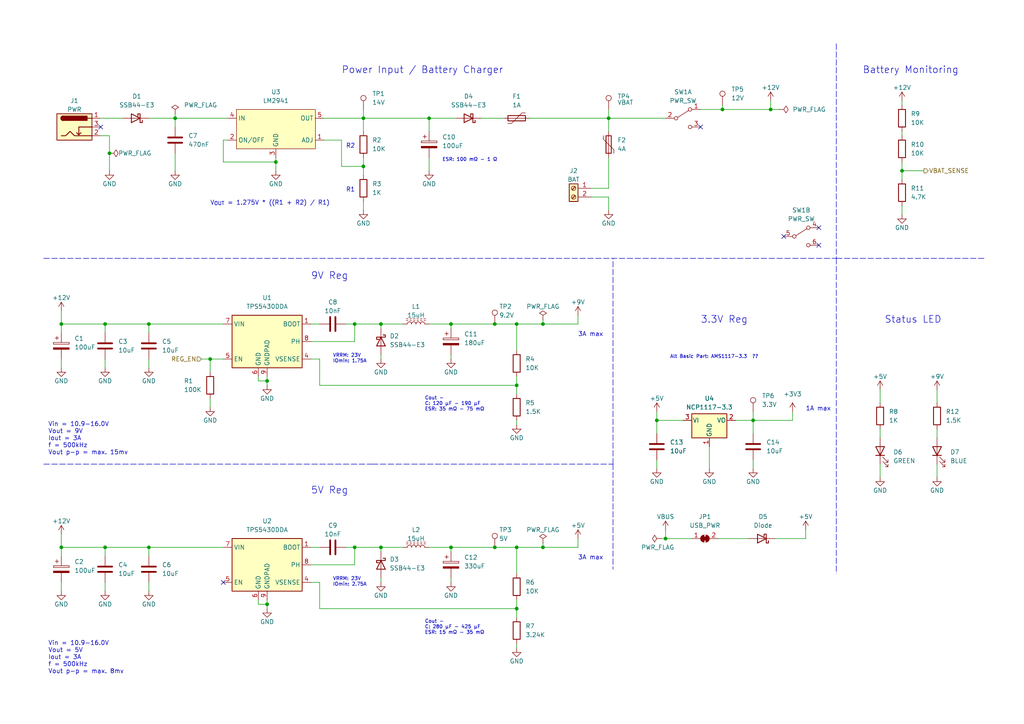
<source format=kicad_sch>
(kicad_sch (version 20211123) (generator eeschema)
  (paper "A4")
  (title_block (title "SW-324: Main Board - Power Supply") (date "2022-06-21") (rev "2") (company "saawsm") (comment 3 "Designed for a 12V sealed lead acid battery (e.g. Yuasa NP1.2-12FR)") (comment 4 "Provides +9V, +5V, and +3.3V."))
  (lib_symbols
    (symbol "Connector:Barrel_Jack_Switch" (pin_names hide)
      (property "Reference" "J" (at 0 5.334 0))
      (property "Value" "Barrel_Jack_Switch" (at 0 -5.08 0))
      (symbol "Barrel_Jack_Switch_0_1"
        (rectangle (start -5.08 3.81) (end 5.08 -3.81) (stroke (width 0.254)) (fill (type background)))
        (arc (start -3.302 3.175) (mid -3.937 2.54) (end -3.302 1.905) (stroke (width 0.254)))
        (arc (start -3.302 3.175) (mid -3.937 2.54) (end -3.302 1.905) (stroke (width 0.254)) (fill (type outline)))
        (polyline (pts (xy 1.27 -2.286) (xy 1.905 -1.651)) (stroke (width 0.254)))
        (polyline (pts (xy 5.08 2.54) (xy 3.81 2.54)) (stroke (width 0.254)))
        (polyline (pts (xy 5.08 0) (xy 1.27 0) (xy 1.27 -2.286) (xy 0.635 -1.651)) (stroke (width 0.254)))
        (polyline (pts (xy -3.81 -2.54) (xy -2.54 -2.54) (xy -1.27 -1.27) (xy 0 -2.54) (xy 2.54 -2.54) (xy 5.08 -2.54)) (stroke (width 0.254)))
        (rectangle (start 3.683 3.175) (end -3.302 1.905) (stroke (width 0.254)) (fill (type outline)))
      )
      (symbol "Barrel_Jack_Switch_1_1"
        (pin passive line (at 7.62 2.54 180) (length 2.54) (name "~") (number "1"))
        (pin passive line (at 7.62 -2.54 180) (length 2.54) (name "~") (number "2"))
        (pin passive line (at 7.62 0 180) (length 2.54) (name "~") (number "3"))
      )
    )
    (symbol "Connector:Screw_Terminal_01x02" (pin_names (offset 1.016) hide)
      (property "Reference" "J" (at 0 2.54 0))
      (property "Value" "Screw_Terminal_01x02" (at 0 -5.08 0))
      (symbol "Screw_Terminal_01x02_1_1"
        (rectangle (start -1.27 1.27) (end 1.27 -3.81) (stroke (width 0.254)) (fill (type background)))
        (circle (center 0 -2.54) (radius 0.635) (stroke (width 0.1524)))
        (polyline (pts (xy -0.5334 -2.2098) (xy 0.3302 -3.048)) (stroke (width 0.1524)))
        (polyline (pts (xy -0.5334 0.3302) (xy 0.3302 -0.508)) (stroke (width 0.1524)))
        (polyline (pts (xy -0.3556 -2.032) (xy 0.508 -2.8702)) (stroke (width 0.1524)))
        (polyline (pts (xy -0.3556 0.508) (xy 0.508 -0.3302)) (stroke (width 0.1524)))
        (circle (center 0 0) (radius 0.635) (stroke (width 0.1524)))
        (pin passive line (at -5.08 0 0) (length 3.81) (name "Pin_1") (number "1"))
        (pin passive line (at -5.08 -2.54 0) (length 3.81) (name "Pin_2") (number "2"))
      )
    )
    (symbol "Connector:TestPoint" (pin_numbers hide) (pin_names (offset 0.762) hide)
      (property "Reference" "TP" (at 0 6.858 0))
      (property "Value" "TestPoint" (at 0 5.08 0))
      (symbol "TestPoint_0_1"
        (circle (center 0 3.302) (radius 0.762))
      )
      (symbol "TestPoint_1_1"
        (pin passive line (at 0 0 90) (length 2.54) (name "1") (number "1"))
      )
    )
    (symbol "Device:C" (pin_numbers hide) (pin_names (offset 0.254))
      (property "Reference" "C" (at 0.635 2.54 0))
      (property "Value" "C" (at 0.635 -2.54 0))
      (symbol "C_0_1"
        (polyline (pts (xy -2.032 -0.762) (xy 2.032 -0.762)) (stroke (width 0.508)))
        (polyline (pts (xy -2.032 0.762) (xy 2.032 0.762)) (stroke (width 0.508)))
      )
      (symbol "C_1_1"
        (pin passive line (at 0 3.81 270) (length 2.794) (name "~") (number "1"))
        (pin passive line (at 0 -3.81 90) (length 2.794) (name "~") (number "2"))
      )
    )
    (symbol "Device:C_Polarized" (pin_numbers hide) (pin_names (offset 0.254))
      (property "Reference" "C" (at 0.635 2.54 0))
      (property "Value" "C_Polarized" (at 0.635 -2.54 0))
      (symbol "C_Polarized_0_1"
        (rectangle (start -2.286 0.508) (end 2.286 1.016))
        (polyline (pts (xy -1.778 2.286) (xy -0.762 2.286)))
        (polyline (pts (xy -1.27 2.794) (xy -1.27 1.778)))
        (rectangle (start 2.286 -0.508) (end -2.286 -1.016) (fill (type outline)))
      )
      (symbol "C_Polarized_1_1"
        (pin passive line (at 0 3.81 270) (length 2.794) (name "~") (number "1"))
        (pin passive line (at 0 -3.81 90) (length 2.794) (name "~") (number "2"))
      )
    )
    (symbol "Device:D_Schottky" (pin_numbers hide) (pin_names (offset 1.016) hide)
      (property "Reference" "D" (at 0 2.54 0))
      (property "Value" "D_Schottky" (at 0 -2.54 0))
      (symbol "D_Schottky_0_1"
        (polyline (pts (xy 1.27 0) (xy -1.27 0)))
        (polyline (pts (xy 1.27 1.27) (xy 1.27 -1.27) (xy -1.27 0) (xy 1.27 1.27)) (stroke (width 0.254)))
        (polyline (pts (xy -1.905 0.635) (xy -1.905 1.27) (xy -1.27 1.27) (xy -1.27 -1.27) (xy -0.635 -1.27) (xy -0.635 -0.635)) (stroke (width 0.254)))
      )
      (symbol "D_Schottky_1_1"
        (pin passive line (at -3.81 0 0) (length 2.54) (name "K") (number "1"))
        (pin passive line (at 3.81 0 180) (length 2.54) (name "A") (number "2"))
      )
    )
    (symbol "Device:LED" (pin_numbers hide) (pin_names (offset 1.016) hide)
      (property "Reference" "D" (at 0 2.54 0))
      (property "Value" "LED" (at 0 -2.54 0))
      (symbol "LED_0_1"
        (polyline (pts (xy -1.27 -1.27) (xy -1.27 1.27)) (stroke (width 0.254)))
        (polyline (pts (xy -1.27 0) (xy 1.27 0)))
        (polyline (pts (xy 1.27 -1.27) (xy 1.27 1.27) (xy -1.27 0) (xy 1.27 -1.27)) (stroke (width 0.254)))
        (polyline (pts (xy -3.048 -0.762) (xy -4.572 -2.286) (xy -3.81 -2.286) (xy -4.572 -2.286) (xy -4.572 -1.524)))
        (polyline (pts (xy -1.778 -0.762) (xy -3.302 -2.286) (xy -2.54 -2.286) (xy -3.302 -2.286) (xy -3.302 -1.524)))
      )
      (symbol "LED_1_1"
        (pin passive line (at -3.81 0 0) (length 2.54) (name "K") (number "1"))
        (pin passive line (at 3.81 0 180) (length 2.54) (name "A") (number "2"))
      )
    )
    (symbol "Device:L_Ferrite" (pin_numbers hide) (pin_names (offset 1.016) hide)
      (property "Reference" "L" (at -1.27 0 90))
      (property "Value" "L_Ferrite" (at 2.794 0 90))
      (symbol "L_Ferrite_0_1"
        (arc (start 0 -2.54) (mid 0.635 -1.905) (end 0 -1.27))
        (arc (start 0 -1.27) (mid 0.635 -0.635) (end 0 0))
        (polyline (pts (xy 1.016 -2.794) (xy 1.016 -2.286)))
        (polyline (pts (xy 1.016 -1.778) (xy 1.016 -1.27)))
        (polyline (pts (xy 1.016 -0.762) (xy 1.016 -0.254)))
        (polyline (pts (xy 1.016 0.254) (xy 1.016 0.762)))
        (polyline (pts (xy 1.016 1.27) (xy 1.016 1.778)))
        (polyline (pts (xy 1.016 2.286) (xy 1.016 2.794)))
        (polyline (pts (xy 1.524 -2.286) (xy 1.524 -2.794)))
        (polyline (pts (xy 1.524 -1.27) (xy 1.524 -1.778)))
        (polyline (pts (xy 1.524 -0.254) (xy 1.524 -0.762)))
        (polyline (pts (xy 1.524 0.762) (xy 1.524 0.254)))
        (polyline (pts (xy 1.524 1.778) (xy 1.524 1.27)))
        (polyline (pts (xy 1.524 2.794) (xy 1.524 2.286)))
        (arc (start 0 0) (mid 0.635 0.635) (end 0 1.27))
        (arc (start 0 1.27) (mid 0.635 1.905) (end 0 2.54))
      )
      (symbol "L_Ferrite_1_1"
        (pin passive line (at 0 3.81 270) (length 1.27) (name "1") (number "1"))
        (pin passive line (at 0 -3.81 90) (length 1.27) (name "2") (number "2"))
      )
    )
    (symbol "Device:Polyfuse" (pin_numbers hide) (pin_names (offset 0))
      (property "Reference" "F" (at -2.54 0 90))
      (property "Value" "Polyfuse" (at 2.54 0 90))
      (symbol "Polyfuse_0_1"
        (rectangle (start -0.762 2.54) (end 0.762 -2.54) (stroke (width 0.254)))
        (polyline (pts (xy 0 2.54) (xy 0 -2.54)))
        (polyline (pts (xy -1.524 2.54) (xy -1.524 1.524) (xy 1.524 -1.524) (xy 1.524 -2.54)))
      )
      (symbol "Polyfuse_1_1"
        (pin passive line (at 0 3.81 270) (length 1.27) (name "~") (number "1"))
        (pin passive line (at 0 -3.81 90) (length 1.27) (name "~") (number "2"))
      )
    )
    (symbol "Device:R" (pin_numbers hide) (pin_names (offset 0))
      (property "Reference" "R" (at 2.032 0 90))
      (property "Value" "R" (at 0 0 90))
      (symbol "R_0_1"
        (rectangle (start -1.016 -2.54) (end 1.016 2.54) (stroke (width 0.254)))
      )
      (symbol "R_1_1"
        (pin passive line (at 0 3.81 270) (length 1.27) (name "~") (number "1"))
        (pin passive line (at 0 -3.81 90) (length 1.27) (name "~") (number "2"))
      )
    )
    (symbol "Jumper:SolderJumper_2_Bridged" (pin_names (offset 0) hide)
      (property "Reference" "JP" (at 0 2.032 0))
      (property "Value" "SolderJumper_2_Bridged" (at 0 -2.54 0))
      (symbol "SolderJumper_2_Bridged_0_1"
        (rectangle (start -0.508 0.508) (end 0.508 -0.508) (fill (type outline)))
        (arc (start -0.254 1.016) (mid -1.27 0) (end -0.254 -1.016))
        (arc (start -0.254 1.016) (mid -1.27 0) (end -0.254 -1.016) (fill (type outline)))
        (polyline (pts (xy -0.254 1.016) (xy -0.254 -1.016)))
        (polyline (pts (xy 0.254 1.016) (xy 0.254 -1.016)))
        (arc (start 0.254 -1.016) (mid 1.27 0) (end 0.254 1.016))
        (arc (start 0.254 -1.016) (mid 1.27 0) (end 0.254 1.016) (fill (type outline)))
      )
      (symbol "SolderJumper_2_Bridged_1_1"
        (pin passive line (at -3.81 0 0) (length 2.54) (name "A") (number "1"))
        (pin passive line (at 3.81 0 180) (length 2.54) (name "B") (number "2"))
      )
    )
    (symbol "Regulator_Linear:NCP1117-3.3_SOT223" (pin_names (offset 0.254))
      (property "Reference" "U" (at -3.81 3.175 0))
      (property "Value" "NCP1117-3.3_SOT223" (at 0 3.175 0))
      (symbol "NCP1117-3.3_SOT223_0_1"
        (rectangle (start -5.08 -5.08) (end 5.08 1.905) (stroke (width 0.254)) (fill (type background)))
      )
      (symbol "NCP1117-3.3_SOT223_1_1"
        (pin power_in line (at 0 -7.62 90) (length 2.54) (name "GND") (number "1"))
        (pin power_out line (at 7.62 0 180) (length 2.54) (name "VO") (number "2"))
        (pin power_in line (at -7.62 0 0) (length 2.54) (name "VI") (number "3"))
      )
    )
    (symbol "Regulator_Switching:TPS5430DDA"
      (property "Reference" "U" (at -10.16 8.89 0))
      (property "Value" "TPS5430DDA" (at -1.27 8.89 0))
      (symbol "TPS5430DDA_0_1"
        (rectangle (start -10.16 7.62) (end 10.16 -7.62) (stroke (width 0.254)) (fill (type background)))
      )
      (symbol "TPS5430DDA_1_1"
        (pin input line (at 12.7 5.08 180) (length 2.54) (name "BOOT") (number "1"))
        (pin no_connect line (at -10.16 2.54 0) (length 2.54) hide (name "NC") (number "2"))
        (pin no_connect line (at -10.16 -2.54 0) (length 2.54) hide (name "NC") (number "3"))
        (pin input line (at 12.7 -5.08 180) (length 2.54) (name "VSENSE") (number "4"))
        (pin input line (at -12.7 -5.08 0) (length 2.54) (name "EN") (number "5"))
        (pin power_in line (at -2.54 -10.16 90) (length 2.54) (name "GND") (number "6"))
        (pin power_in line (at -12.7 5.08 0) (length 2.54) (name "VIN") (number "7"))
        (pin output line (at 12.7 0 180) (length 2.54) (name "PH") (number "8"))
        (pin power_in line (at 0 -10.16 90) (length 2.54) (name "GNDPAD") (number "9"))
      )
    )
    (symbol "SaawLib:LM2941"
      (property "Reference" "U" (at 0 7.62 0))
      (property "Value" "LM2941" (at 7.62 -6.35 0))
      (symbol "LM2941_0_1"
        (rectangle (start -11.43 6.35) (end 11.43 -5.08) (fill (type background)))
      )
      (symbol "LM2941_1_1"
        (pin input line (at 13.97 -2.54 180) (length 2.54) (name "ADJ") (number "1"))
        (pin input line (at -13.97 -2.54 0) (length 2.54) (name "ON/OFF") (number "2"))
        (pin power_in line (at 0 -7.62 90) (length 2.54) (name "GND") (number "3"))
        (pin power_in line (at -13.97 3.81 0) (length 2.54) (name "IN") (number "4"))
        (pin power_out line (at 13.97 3.81 180) (length 2.54) (name "OUT") (number "5"))
      )
    )
    (symbol "Switch:SW_DPDT_x2" (pin_names (offset 0) hide)
      (property "Reference" "SW" (at 0 4.318 0))
      (property "Value" "SW_DPDT_x2" (at 0 -5.08 0))
      (symbol "SW_DPDT_x2_0_0"
        (circle (center -2.032 0) (radius 0.508))
        (circle (center 2.032 -2.54) (radius 0.508))
      )
      (symbol "SW_DPDT_x2_0_1"
        (polyline (pts (xy -1.524 0.254) (xy 1.651 2.286)))
        (circle (center 2.032 2.54) (radius 0.508))
      )
      (symbol "SW_DPDT_x2_1_1"
        (pin passive line (at 5.08 2.54 180) (length 2.54) (name "A") (number "1"))
        (pin passive line (at -5.08 0 0) (length 2.54) (name "B") (number "2"))
        (pin passive line (at 5.08 -2.54 180) (length 2.54) (name "C") (number "3"))
      )
      (symbol "SW_DPDT_x2_2_1"
        (pin passive line (at 5.08 2.54 180) (length 2.54) (name "A") (number "4"))
        (pin passive line (at -5.08 0 0) (length 2.54) (name "B") (number "5"))
        (pin passive line (at 5.08 -2.54 180) (length 2.54) (name "C") (number "6"))
      )
    )
    (symbol "power:+12V" (power) (pin_names (offset 0))
      (property "Value" "+12V" (at 0 3.556 0))
      (symbol "+12V_0_1"
        (polyline (pts (xy -0.762 1.27) (xy 0 2.54)))
        (polyline (pts (xy 0 0) (xy 0 2.54)))
        (polyline (pts (xy 0 2.54) (xy 0.762 1.27)))
      )
      (symbol "+12V_1_1"
        (pin power_in line (at 0 0 90) (length 0) hide (name "+12V") (number "1"))
      )
    )
    (symbol "power:+3.3V" (power) (pin_names (offset 0))
      (property "Value" "+3.3V" (at 0 3.556 0))
      (symbol "+3.3V_0_1"
        (polyline (pts (xy -0.762 1.27) (xy 0 2.54)))
        (polyline (pts (xy 0 0) (xy 0 2.54)))
        (polyline (pts (xy 0 2.54) (xy 0.762 1.27)))
      )
      (symbol "+3.3V_1_1"
        (pin power_in line (at 0 0 90) (length 0) hide (name "+3V3") (number "1"))
      )
    )
    (symbol "power:+5V" (power) (pin_names (offset 0))
      (property "Value" "+5V" (at 0 3.556 0))
      (symbol "+5V_0_1"
        (polyline (pts (xy -0.762 1.27) (xy 0 2.54)))
        (polyline (pts (xy 0 0) (xy 0 2.54)))
        (polyline (pts (xy 0 2.54) (xy 0.762 1.27)))
      )
      (symbol "+5V_1_1"
        (pin power_in line (at 0 0 90) (length 0) hide (name "+5V") (number "1"))
      )
    )
    (symbol "power:+9V" (power) (pin_names (offset 0))
      (property "Value" "+9V" (at 0 3.556 0))
      (symbol "+9V_0_1"
        (polyline (pts (xy -0.762 1.27) (xy 0 2.54)))
        (polyline (pts (xy 0 0) (xy 0 2.54)))
        (polyline (pts (xy 0 2.54) (xy 0.762 1.27)))
      )
      (symbol "+9V_1_1"
        (pin power_in line (at 0 0 90) (length 0) hide (name "+9V") (number "1"))
      )
    )
    (symbol "power:GND" (power) (pin_names (offset 0))
      (property "Value" "GND" (at 0 -3.81 0))
      (symbol "GND_0_1"
        (polyline (pts (xy 0 0) (xy 0 -1.27) (xy 1.27 -1.27) (xy 0 -2.54) (xy -1.27 -1.27) (xy 0 -1.27)))
      )
      (symbol "GND_1_1"
        (pin power_in line (at 0 0 270) (length 0) hide (name "GND") (number "1"))
      )
    )
    (symbol "power:PWR_FLAG" (power) (pin_numbers hide) (pin_names (offset 0) hide)
      (property "Value" "PWR_FLAG" (at 0 3.81 0))
      (symbol "PWR_FLAG_0_0"
        (pin power_out line (at 0 0 90) (length 0) (name "pwr") (number "1"))
      )
      (symbol "PWR_FLAG_0_1"
        (polyline (pts (xy 0 0) (xy 0 1.27) (xy -1.016 1.905) (xy 0 2.54) (xy 1.016 1.905) (xy 0 1.27)))
      )
    )
    (symbol "power:VBUS" (power) (pin_names (offset 0))
      (property "Value" "VBUS" (at 0 3.81 0))
      (symbol "VBUS_0_1"
        (polyline (pts (xy -0.762 1.27) (xy 0 2.54)))
        (polyline (pts (xy 0 0) (xy 0 2.54)))
        (polyline (pts (xy 0 2.54) (xy 0.762 1.27)))
      )
      (symbol "VBUS_1_1"
        (pin power_in line (at 0 0 90) (length 0) hide (name "VBUS") (number "1"))
      )
    )
  )
  (junction (at 176.53 34.29))
  (junction (at 77.47 110.49))
  (junction (at 105.41 34.29))
  (junction (at 17.78 93.98))
  (junction (at 218.44 121.92))
  (junction (at 110.49 158.75))
  (junction (at 157.48 93.98))
  (junction (at 149.86 111.76))
  (junction (at 223.52 31.75))
  (junction (at 149.86 158.75))
  (junction (at 143.51 158.75))
  (junction (at 110.49 93.98))
  (junction (at 190.5 121.92))
  (junction (at 31.75 44.45))
  (junction (at 105.41 48.26))
  (junction (at 102.87 93.98))
  (junction (at 149.86 176.53))
  (junction (at 50.8 34.29))
  (junction (at 149.86 93.98))
  (junction (at 193.04 156.21))
  (junction (at 43.18 158.75))
  (junction (at 130.81 93.98))
  (junction (at 102.87 158.75))
  (junction (at 209.55 31.75))
  (junction (at 30.48 93.98))
  (junction (at 143.51 93.98))
  (junction (at 80.01 46.99))
  (junction (at 17.78 158.75))
  (junction (at 30.48 158.75))
  (junction (at 157.48 158.75))
  (junction (at 43.18 93.98))
  (junction (at 130.81 158.75))
  (junction (at 261.62 49.53))
  (junction (at 77.47 175.26))
  (junction (at 124.46 34.29))
  (junction (at 60.96 104.14))
  (no_connect (at 64.77 168.91))
  (no_connect (at 29.21 36.83))
  (no_connect (at 203.2 36.83))
  (no_connect (at 237.49 66.04))
  (no_connect (at 237.49 71.12))
  (no_connect (at 227.33 68.58))
  (polyline (pts (xy 242.57 74.93) (xy 285.75 74.93)))
  (wire (pts (xy 50.8 44.45) (xy 50.8 49.53)))
  (wire (pts (xy 176.53 34.29) (xy 193.04 34.29)))
  (wire (pts (xy 102.87 163.83) (xy 102.87 158.75)))
  (wire (pts (xy 149.86 121.92) (xy 149.86 123.19)))
  (wire (pts (xy 17.78 158.75) (xy 17.78 161.29)))
  (wire (pts (xy 149.86 186.69) (xy 149.86 187.96)))
  (wire (pts (xy 149.86 101.6) (xy 149.86 93.98)))
  (wire (pts (xy 130.81 102.87) (xy 130.81 104.14)))
  (wire (pts (xy 105.41 48.26) (xy 105.41 50.8)))
  (wire (pts (xy 149.86 158.75) (xy 143.51 158.75)))
  (wire (pts (xy 90.17 158.75) (xy 92.71 158.75)))
  (wire (pts (xy 139.7 34.29) (xy 146.05 34.29)))
  (wire (pts (xy 92.71 111.76) (xy 149.86 111.76)))
  (wire (pts (xy 105.41 34.29) (xy 124.46 34.29)))
  (wire (pts (xy 31.75 39.37) (xy 29.21 39.37)))
  (polyline (pts (xy 107.95 134.62) (xy 177.8 134.62)))
  (wire (pts (xy 43.18 34.29) (xy 50.8 34.29)))
  (polyline (pts (xy 12.7 74.93) (xy 242.57 74.93)))
  (wire (pts (xy 255.27 134.62) (xy 255.27 138.43)))
  (wire (pts (xy 77.47 110.49) (xy 74.93 110.49)))
  (wire (pts (xy 157.48 158.75) (xy 167.64 158.75)))
  (wire (pts (xy 218.44 121.92) (xy 229.87 121.92)))
  (wire (pts (xy 171.45 57.15) (xy 176.53 57.15)))
  (wire (pts (xy 190.5 119.38) (xy 190.5 121.92)))
  (wire (pts (xy 30.48 93.98) (xy 30.48 96.52)))
  (wire (pts (xy 43.18 168.91) (xy 43.18 171.45)))
  (wire (pts (xy 93.98 40.64) (xy 99.06 40.64)))
  (wire (pts (xy 157.48 157.48) (xy 157.48 158.75)))
  (wire (pts (xy 218.44 133.35) (xy 218.44 135.89)))
  (wire (pts (xy 271.78 134.62) (xy 271.78 138.43)))
  (wire (pts (xy 124.46 158.75) (xy 130.81 158.75)))
  (wire (pts (xy 157.48 92.71) (xy 157.48 93.98)))
  (wire (pts (xy 105.41 58.42) (xy 105.41 60.96)))
  (wire (pts (xy 30.48 104.14) (xy 30.48 106.68)))
  (wire (pts (xy 92.71 168.91) (xy 92.71 176.53)))
  (wire (pts (xy 50.8 34.29) (xy 66.04 34.29)))
  (wire (pts (xy 255.27 113.03) (xy 255.27 116.84)))
  (wire (pts (xy 50.8 33.02) (xy 50.8 34.29)))
  (wire (pts (xy 90.17 99.06) (xy 102.87 99.06)))
  (wire (pts (xy 271.78 113.03) (xy 271.78 116.84)))
  (wire (pts (xy 17.78 104.14) (xy 17.78 106.68)))
  (wire (pts (xy 74.93 109.22) (xy 74.93 110.49)))
  (wire (pts (xy 105.41 48.26) (xy 99.06 48.26)))
  (wire (pts (xy 90.17 93.98) (xy 92.71 93.98)))
  (wire (pts (xy 167.64 156.21) (xy 167.64 158.75)))
  (wire (pts (xy 30.48 93.98) (xy 43.18 93.98)))
  (wire (pts (xy 149.86 109.22) (xy 149.86 111.76)))
  (wire (pts (xy 77.47 175.26) (xy 77.47 176.53)))
  (wire (pts (xy 176.53 34.29) (xy 176.53 38.1)))
  (wire (pts (xy 176.53 60.96) (xy 176.53 57.15)))
  (wire (pts (xy 64.77 46.99) (xy 80.01 46.99)))
  (wire (pts (xy 60.96 104.14) (xy 60.96 107.95)))
  (wire (pts (xy 208.28 156.21) (xy 217.17 156.21)))
  (wire (pts (xy 261.62 59.69) (xy 261.62 62.23)))
  (wire (pts (xy 66.04 40.64) (xy 64.77 40.64)))
  (wire (pts (xy 30.48 158.75) (xy 43.18 158.75)))
  (wire (pts (xy 110.49 93.98) (xy 110.49 95.25)))
  (wire (pts (xy 130.81 95.25) (xy 130.81 93.98)))
  (wire (pts (xy 60.96 115.57) (xy 60.96 118.11)))
  (wire (pts (xy 261.62 49.53) (xy 267.97 49.53)))
  (polyline (pts (xy 242.57 74.93) (xy 242.57 166.37)))
  (wire (pts (xy 102.87 99.06) (xy 102.87 93.98)))
  (wire (pts (xy 30.48 168.91) (xy 30.48 171.45)))
  (wire (pts (xy 102.87 158.75) (xy 100.33 158.75)))
  (wire (pts (xy 60.96 104.14) (xy 64.77 104.14)))
  (wire (pts (xy 99.06 48.26) (xy 99.06 40.64)))
  (wire (pts (xy 58.42 104.14) (xy 60.96 104.14)))
  (wire (pts (xy 171.45 54.61) (xy 176.53 54.61)))
  (wire (pts (xy 77.47 175.26) (xy 74.93 175.26)))
  (wire (pts (xy 167.64 91.44) (xy 167.64 93.98)))
  (wire (pts (xy 157.48 93.98) (xy 167.64 93.98)))
  (wire (pts (xy 43.18 93.98) (xy 43.18 96.52)))
  (wire (pts (xy 271.78 124.46) (xy 271.78 127)))
  (wire (pts (xy 233.68 156.21) (xy 224.79 156.21)))
  (polyline (pts (xy 242.57 12.7) (xy 242.57 74.93)))
  (wire (pts (xy 176.53 54.61) (xy 176.53 45.72)))
  (wire (pts (xy 110.49 93.98) (xy 116.84 93.98)))
  (wire (pts (xy 149.86 111.76) (xy 149.86 114.3)))
  (wire (pts (xy 17.78 90.17) (xy 17.78 93.98)))
  (wire (pts (xy 229.87 119.38) (xy 229.87 121.92)))
  (polyline (pts (xy 12.7 134.62) (xy 107.95 134.62)))
  (wire (pts (xy 110.49 167.64) (xy 110.49 168.91)))
  (polyline (pts (xy 177.8 134.62) (xy 177.8 74.93)))
  (wire (pts (xy 149.86 173.99) (xy 149.86 176.53)))
  (wire (pts (xy 213.36 121.92) (xy 218.44 121.92)))
  (wire (pts (xy 102.87 158.75) (xy 110.49 158.75)))
  (wire (pts (xy 92.71 104.14) (xy 92.71 111.76)))
  (wire (pts (xy 176.53 31.75) (xy 176.53 34.29)))
  (wire (pts (xy 130.81 160.02) (xy 130.81 158.75)))
  (wire (pts (xy 261.62 29.21) (xy 261.62 30.48)))
  (wire (pts (xy 29.21 34.29) (xy 35.56 34.29)))
  (wire (pts (xy 124.46 45.72) (xy 124.46 49.53)))
  (wire (pts (xy 190.5 133.35) (xy 190.5 135.89)))
  (wire (pts (xy 110.49 158.75) (xy 110.49 160.02)))
  (wire (pts (xy 261.62 38.1) (xy 261.62 39.37)))
  (wire (pts (xy 102.87 93.98) (xy 110.49 93.98)))
  (wire (pts (xy 124.46 34.29) (xy 124.46 38.1)))
  (wire (pts (xy 110.49 102.87) (xy 110.49 104.14)))
  (wire (pts (xy 77.47 110.49) (xy 77.47 111.76)))
  (wire (pts (xy 93.98 34.29) (xy 105.41 34.29)))
  (wire (pts (xy 130.81 158.75) (xy 143.51 158.75)))
  (wire (pts (xy 80.01 46.99) (xy 80.01 49.53)))
  (wire (pts (xy 17.78 158.75) (xy 30.48 158.75)))
  (wire (pts (xy 17.78 168.91) (xy 17.78 171.45)))
  (wire (pts (xy 90.17 168.91) (xy 92.71 168.91)))
  (wire (pts (xy 226.06 31.75) (xy 223.52 31.75)))
  (wire (pts (xy 191.77 156.21) (xy 193.04 156.21)))
  (wire (pts (xy 43.18 158.75) (xy 43.18 161.29)))
  (wire (pts (xy 43.18 93.98) (xy 64.77 93.98)))
  (wire (pts (xy 31.75 49.53) (xy 31.75 44.45)))
  (wire (pts (xy 233.68 153.67) (xy 233.68 156.21)))
  (wire (pts (xy 77.47 173.99) (xy 77.47 175.26)))
  (wire (pts (xy 218.44 119.38) (xy 218.44 121.92)))
  (wire (pts (xy 90.17 163.83) (xy 102.87 163.83)))
  (wire (pts (xy 80.01 45.72) (xy 80.01 46.99)))
  (polyline (pts (xy 177.8 134.62) (xy 177.8 165.1)))
  (wire (pts (xy 92.71 176.53) (xy 149.86 176.53)))
  (wire (pts (xy 105.41 31.75) (xy 105.41 34.29)))
  (wire (pts (xy 149.86 158.75) (xy 157.48 158.75)))
  (wire (pts (xy 261.62 46.99) (xy 261.62 49.53)))
  (wire (pts (xy 218.44 121.92) (xy 218.44 125.73)))
  (wire (pts (xy 17.78 93.98) (xy 30.48 93.98)))
  (wire (pts (xy 105.41 34.29) (xy 105.41 38.1)))
  (wire (pts (xy 74.93 173.99) (xy 74.93 175.26)))
  (wire (pts (xy 205.74 129.54) (xy 205.74 135.89)))
  (wire (pts (xy 149.86 93.98) (xy 157.48 93.98)))
  (wire (pts (xy 149.86 176.53) (xy 149.86 179.07)))
  (wire (pts (xy 50.8 34.29) (xy 50.8 36.83)))
  (wire (pts (xy 261.62 49.53) (xy 261.62 52.07)))
  (wire (pts (xy 110.49 158.75) (xy 116.84 158.75)))
  (wire (pts (xy 124.46 34.29) (xy 132.08 34.29)))
  (wire (pts (xy 200.66 156.21) (xy 193.04 156.21)))
  (wire (pts (xy 43.18 104.14) (xy 43.18 106.68)))
  (wire (pts (xy 209.55 30.48) (xy 209.55 31.75)))
  (wire (pts (xy 203.2 31.75) (xy 209.55 31.75)))
  (wire (pts (xy 124.46 93.98) (xy 130.81 93.98)))
  (wire (pts (xy 90.17 104.14) (xy 92.71 104.14)))
  (wire (pts (xy 190.5 125.73) (xy 190.5 121.92)))
  (wire (pts (xy 105.41 45.72) (xy 105.41 48.26)))
  (wire (pts (xy 77.47 109.22) (xy 77.47 110.49)))
  (wire (pts (xy 193.04 156.21) (xy 193.04 153.67)))
  (wire (pts (xy 255.27 124.46) (xy 255.27 127)))
  (wire (pts (xy 17.78 93.98) (xy 17.78 96.52)))
  (wire (pts (xy 190.5 121.92) (xy 198.12 121.92)))
  (wire (pts (xy 223.52 29.21) (xy 223.52 31.75)))
  (wire (pts (xy 223.52 31.75) (xy 209.55 31.75)))
  (wire (pts (xy 30.48 158.75) (xy 30.48 161.29)))
  (wire (pts (xy 64.77 40.64) (xy 64.77 46.99)))
  (wire (pts (xy 17.78 154.94) (xy 17.78 158.75)))
  (wire (pts (xy 130.81 93.98) (xy 143.51 93.98)))
  (wire (pts (xy 153.67 34.29) (xy 176.53 34.29)))
  (wire (pts (xy 149.86 93.98) (xy 143.51 93.98)))
  (wire (pts (xy 102.87 93.98) (xy 100.33 93.98)))
  (wire (pts (xy 31.75 44.45) (xy 31.75 39.37)))
  (wire (pts (xy 130.81 167.64) (xy 130.81 168.91)))
  (wire (pts (xy 149.86 166.37) (xy 149.86 158.75)))
  (wire (pts (xy 43.18 158.75) (xy 64.77 158.75)))
  (text "Alt Basic Part: AMS1117-3.3  ??" (at 194.31 104.14 0) (effects (font (size 1 1)) (justify left bottom)))
  (text "1A max" (at 233.68 119.38 0) (effects (font (size 1.27 1.27)) (justify left bottom)))
  (text "Cout -\nC: 120 μF - 190 μF\nESR: 35 mΩ - 75 mΩ" (at 123.19 119.38 0) (effects (font (size 1 1)) (justify left bottom)))
  (text "VRRM: 23V\nIOmin: 1.75A" (at 96.52 105.41 0) (effects (font (size 1 1)) (justify left bottom)))
  (text "Cout -\nC: 280 μF - 425 μF\nESR: 15 mΩ - 35 mΩ" (at 123.19 184.15 0) (effects (font (size 1 1)) (justify left bottom)))
  (text "VRRM: 23V\nIOmin: 2.75A" (at 96.52 170.18 0) (effects (font (size 1 1)) (justify left bottom)))
  (text "5V Reg" (at 90.17 143.51 0) (effects (font (size 2 2)) (justify left bottom)))
  (text "9V Reg" (at 90.17 81.28 0) (effects (font (size 2 2)) (justify left bottom)))
  (text "3.3V Reg" (at 203.2 93.98 0) (effects (font (size 2 2)) (justify left bottom)))
  (text "V_{OUT} = 1.275V * ((R1 + R2) / R1)" (at 60.96 59.69 0) (effects (font (size 1.27 1.27)) (justify left bottom)))
  (text "Power Input / Battery Charger" (at 99.06 21.59 0) (effects (font (size 2 2)) (justify left bottom)))
  (text "R2" (at 100.33 43.18 0) (effects (font (size 1.27 1.27)) (justify left bottom)))
  (text "ESR: 100 mΩ - 1 Ω" (at 128.27 46.99 0) (effects (font (size 1 1)) (justify left bottom)))
  (text "3A max" (at 167.64 97.79 0) (effects (font (size 1.27 1.27)) (justify left bottom)))
  (text "Battery Monitoring" (at 250.19 21.59 0) (effects (font (size 2 2)) (justify left bottom)))
  (text "Vin = 10.9-16.0V\nVout = 5V\nIout = 3A\nf = 500kHz\nVout p-p = max. 8mv" (at 13.97 195.58 0) (effects (font (size 1.27 1.27)) (justify left bottom)))
  (text "Vin = 10.9-16.0V\nVout = 9V\nIout = 3A\nf = 500kHz\nVout p-p = max. 15mv" (at 13.97 132.08 0) (effects (font (size 1.27 1.27)) (justify left bottom)))
  (text "R1" (at 100.33 55.88 0) (effects (font (size 1.27 1.27)) (justify left bottom)))
  (text "3A max" (at 167.64 162.56 0) (effects (font (size 1.27 1.27)) (justify left bottom)))
  (text "Status LED" (at 256.54 93.98 0) (effects (font (size 2 2)) (justify left bottom)))
  (hierarchical_label "REG_EN" (shape input) (at 58.42 104.14 180))
  (hierarchical_label "VBAT_SENSE" (shape output) (at 267.97 49.53 0))
  (symbol (lib_id "power:GND") (at 43.18 171.45 0) (unit 1)
    (property "Reference" "#PWR09" (effects hide))
    (property "Value" "GND" (at 43.18 175.26 0))
  )
  (symbol (lib_id "Device:R") (at 60.96 111.76 0) (unit 1)
    (property "Reference" "R1" (at 53.34 110.49 0) (effects (justify left)))
    (property "Value" "100K" (at 53.34 113.03 0) (effects (justify left)))
    (property "Footprint" "Resistor_SMD:R_0603_1608Metric" (effects hide))
    (property "MOUSER" "603-RC0603FR-07100KL" (effects hide))
    (property "MPN" "RC0603FR-07100KL" (effects hide))
    (property "LCSC" "C14675" (effects hide))
  )
  (symbol (lib_id "power:GND") (at 77.47 111.76 0) (unit 1)
    (property "Reference" "#PWR012" (effects hide))
    (property "Value" "GND" (at 77.47 115.57 0))
  )
  (symbol (lib_id "power:+5V") (at 190.5 119.38 0) (unit 1)
    (property "Reference" "#PWR026" (effects hide))
    (property "Value" "+5V" (at 190.5 115.57 0))
  )
  (symbol (lib_id "Device:D_Schottky") (at 220.98 156.21 180) (unit 1)
    (property "Reference" "D5" (at 221.2975 149.86 0))
    (property "Value" "Diode" (at 221.2975 152.4 0))
    (property "Footprint" "Diode_SMD:D_SOD-123F" (effects hide))
  )
  (symbol (lib_id "power:GND") (at 255.27 138.43 0) (unit 1)
    (property "Reference" "#PWR035" (effects hide))
    (property "Value" "GND" (at 255.27 142.24 0))
  )
  (symbol (lib_id "power:PWR_FLAG") (at 191.77 156.21 90) (unit 1)
    (property "Reference" "#FLG05" (effects hide))
    (property "Value" "PWR_FLAG" (at 195.58 158.75 90) (effects (justify left)))
  )
  (symbol (lib_id "power:GND") (at 205.74 135.89 0) (unit 1)
    (property "Reference" "#PWR029" (effects hide))
    (property "Value" "GND" (at 205.74 139.7 0))
  )
  (symbol (lib_id "Device:D_Schottky") (at 110.49 99.06 270) (unit 1)
    (property "Reference" "D2" (at 113.03 97.4724 90) (effects (justify left)))
    (property "Value" "SSB44-E3" (at 113.03 100.0124 90) (effects (justify left)))
    (property "Footprint" "Diode_SMD:D_SMB" (effects hide))
    (property "MPN" "SSB44-E3/52T" (effects hide))
    (property "MOUSER" "625-SSB44-E3" (effects hide))
    (property "LCSC" "C466999" (effects hide))
  )
  (symbol (lib_id "power:GND") (at 60.96 118.11 0) (unit 1)
    (property "Reference" "#PWR011" (effects hide))
    (property "Value" "GND" (at 60.96 121.92 0))
  )
  (symbol (lib_id "Device:C") (at 30.48 165.1 180) (unit 1)
    (property "Reference" "C4" (at 34.29 163.8299 0) (effects (justify right)))
    (property "Value" "10uF" (at 34.29 166.3699 0) (effects (justify right)))
    (property "Footprint" "Capacitor_SMD:C_1210_3225Metric" (effects hide))
    (property "LCSC" "C66120" (effects hide))
    (property "MOUSER" "187-CL32A106KAJNNNE" (effects hide))
    (property "MPN" "CL32A106KAJNNNE" (effects hide))
  )
  (symbol (lib_id "Regulator_Switching:TPS5430DDA") (at 77.47 163.83 0) (unit 1)
    (property "Reference" "U2" (at 77.47 151.13 0))
    (property "Value" "TPS5430DDA" (at 77.47 153.67 0))
    (property "Footprint" "Package_SO:TI_SO-PowerPAD-8_ThermalVias" (effects hide))
    (property "Datasheet" "http://www.ti.com/lit/ds/symlink/tps5430.pdf" (effects hide))
    (property "LCSC" "C9864" (effects hide))
    (property "MOUSER" "595-TPS5430DDAR" (effects hide))
    (property "MPN" "TPS5430DDAR" (effects hide))
  )
  (symbol (lib_id "power:GND") (at 149.86 123.19 0) (unit 1)
    (property "Reference" "#PWR021" (effects hide))
    (property "Value" "GND" (at 149.86 127 0))
  )
  (symbol (lib_id "power:GND") (at 261.62 62.23 0) (mirror y) (unit 1)
    (property "Reference" "#PWR037" (effects hide))
    (property "Value" "GND" (at 261.62 66.04 0))
  )
  (symbol (lib_id "Device:R") (at 149.86 170.18 180) (unit 1)
    (property "Reference" "R6" (at 152.4 168.9099 0) (effects (justify right)))
    (property "Value" "10K" (at 152.4 171.4499 0) (effects (justify right)))
    (property "Footprint" "Resistor_SMD:R_0603_1608Metric" (effects hide))
    (property "MOUSER" "603-RC0603FR-0710KL" (effects hide))
    (property "MPN" "RC0603FR-0710KL" (effects hide))
    (property "LCSC" "C98220" (effects hide))
  )
  (symbol (lib_id "power:GND") (at 149.86 187.96 0) (unit 1)
    (property "Reference" "#PWR022" (effects hide))
    (property "Value" "GND" (at 149.86 191.77 0))
  )
  (symbol (lib_id "power:GND") (at 80.01 49.53 0) (unit 1)
    (property "Reference" "#PWR014" (effects hide))
    (property "Value" "GND" (at 80.01 53.34 0))
  )
  (symbol (lib_id "Device:L_Ferrite") (at 120.65 93.98 90) (unit 1)
    (property "Reference" "L1" (at 120.65 88.9 90))
    (property "Value" "15uH" (at 120.65 91.44 90))
    (property "Footprint" "Inductor_SMD:L_Bourns_SRR1260" (effects hide))
    (property "MPN" "SRR1260-150M" (effects hide))
    (property "MOUSER" "652-SRR1260-150M" (effects hide))
    (property "LCSC" "C2041333" (effects hide))
  )
  (symbol (lib_id "Device:C") (at 190.5 129.54 0) (unit 1)
    (property "Reference" "C13" (at 194.31 128.2699 0) (effects (justify left)))
    (property "Value" "10uF" (at 194.31 130.8099 0) (effects (justify left)))
    (property "Footprint" "Capacitor_SMD:C_0603_1608Metric" (effects hide))
    (property "MOUSER" "187-CL10A106MA8NRNC" (effects hide))
    (property "MPN" "CL10A106MA8NRNC" (effects hide))
    (property "LCSC" "C2922482" (effects hide))
  )
  (symbol (lib_id "Device:C") (at 30.48 100.33 180) (unit 1)
    (property "Reference" "C3" (at 34.29 99.0599 0) (effects (justify right)))
    (property "Value" "10uF" (at 34.29 101.5999 0) (effects (justify right)))
    (property "Footprint" "Capacitor_SMD:C_1210_3225Metric" (effects hide))
    (property "LCSC" "C66120" (effects hide))
    (property "MOUSER" "187-CL32A106KAJNNNE" (effects hide))
    (property "MPN" "CL32A106KAJNNNE" (effects hide))
  )
  (symbol (lib_id "power:PWR_FLAG") (at 31.75 44.45 270) (unit 1)
    (property "Reference" "#FLG01" (effects hide))
    (property "Value" "PWR_FLAG" (at 34.29 44.45 90) (effects (justify left)))
  )
  (symbol (lib_id "power:GND") (at 30.48 106.68 0) (unit 1)
    (property "Reference" "#PWR05" (effects hide))
    (property "Value" "GND" (at 30.48 110.49 0))
  )
  (symbol (lib_id "power:+12V") (at 223.52 29.21 0) (unit 1)
    (property "Reference" "#PWR031" (effects hide))
    (property "Value" "+12V" (at 223.52 25.4 0))
  )
  (symbol (lib_id "Device:D_Schottky") (at 110.49 163.83 270) (unit 1)
    (property "Reference" "D3" (at 113.03 162.2424 90) (effects (justify left)))
    (property "Value" "SSB44-E3" (at 113.03 164.7824 90) (effects (justify left)))
    (property "Footprint" "Diode_SMD:D_SMB" (effects hide))
    (property "MPN" "SSB44-E3/52T" (effects hide))
    (property "MOUSER" "625-SSB44-E3" (effects hide))
    (property "LCSC" "C466999" (effects hide))
  )
  (symbol (lib_id "power:PWR_FLAG") (at 157.48 157.48 0) (unit 1)
    (property "Reference" "#FLG04" (effects hide))
    (property "Value" "PWR_FLAG" (at 157.48 153.67 0))
  )
  (symbol (lib_id "Connector:TestPoint") (at 143.51 93.98 0) (unit 1) (in_bom no)
    (property "Reference" "TP2" (at 144.78 88.9 0) (effects (justify left)))
    (property "Value" "9.2V" (at 144.78 91.44 0) (effects (justify left)))
    (property "Footprint" "TestPoint:TestPoint_Pad_D1.5mm" (effects hide))
  )
  (symbol (lib_id "Device:Polyfuse") (at 176.53 41.91 0) (unit 1)
    (property "Reference" "F2" (at 179.07 40.6399 0) (effects (justify left)))
    (property "Value" "4A" (at 179.07 43.1799 0) (effects (justify left)))
    (property "Footprint" "Fuse:Fuse_BelFuse_0ZRE0016FF_L9.9mm_W3.8mm" (effects hide))
    (property "LCSC" "C142903" (effects hide))
    (property "MPN" "RF3357-000" (effects hide))
  )
  (symbol (lib_id "Device:L_Ferrite") (at 120.65 158.75 90) (unit 1)
    (property "Reference" "L2" (at 120.65 153.67 90))
    (property "Value" "15uH" (at 120.65 156.21 90))
    (property "Footprint" "Inductor_SMD:L_Bourns_SRR1260" (effects hide))
    (property "MPN" "SRR1260-150M" (effects hide))
    (property "MOUSER" "652-SRR1260-150M" (effects hide))
    (property "LCSC" "C2041333" (effects hide))
  )
  (symbol (lib_id "power:GND") (at 130.81 168.91 0) (unit 1)
    (property "Reference" "#PWR020" (effects hide))
    (property "Value" "GND" (at 130.81 172.72 0))
  )
  (symbol (lib_id "Device:R") (at 105.41 41.91 0) (unit 1)
    (property "Reference" "R2" (at 107.95 40.6399 0) (effects (justify left)))
    (property "Value" "10K" (at 107.95 43.1799 0) (effects (justify left)))
    (property "Footprint" "Resistor_SMD:R_0603_1608Metric" (effects hide))
    (property "MOUSER" "603-RC0603FR-0710KL" (effects hide))
    (property "MPN" "RC0603FR-0710KL" (effects hide))
    (property "LCSC" "C98220" (effects hide))
  )
  (symbol (lib_id "Connector:TestPoint") (at 105.41 31.75 0) (unit 1) (in_bom no)
    (property "Reference" "TP1" (at 107.95 27.1779 0) (effects (justify left)))
    (property "Value" "14V" (at 107.95 29.7179 0) (effects (justify left)))
    (property "Footprint" "TestPoint:TestPoint_Pad_D1.5mm" (effects hide))
  )
  (symbol (lib_id "power:+9V") (at 271.78 113.03 0) (unit 1)
    (property "Reference" "#PWR038" (effects hide))
    (property "Value" "+9V" (at 271.78 109.22 0))
  )
  (symbol (lib_id "Device:C_Polarized") (at 130.81 163.83 0) (unit 1)
    (property "Reference" "C12" (at 134.62 161.6709 0) (effects (justify left)))
    (property "Value" "330uF" (at 134.62 164.2109 0) (effects (justify left)))
    (property "Footprint" "Capacitor_SMD:CP_Elec_10x12.6" (effects hide))
    (property "MPN" "16SVP330M" (effects hide))
    (property "LCSC" "C128487" (effects hide))
    (property "MOUSER" "667-16SVP330M" (effects hide))
  )
  (symbol (lib_id "Device:C_Polarized") (at 130.81 99.06 0) (unit 1)
    (property "Reference" "C11" (at 134.62 96.9009 0) (effects (justify left)))
    (property "Value" "180uF" (at 134.62 99.4409 0) (effects (justify left)))
    (property "Footprint" "Capacitor_SMD:CP_Elec_10x7.9" (effects hide))
    (property "MPN" "16SVP180MX" (effects hide))
    (property "LCSC" "C236288" (effects hide))
    (property "MOUSER" "667-16SVP180MX" (effects hide))
  )
  (symbol (lib_id "power:GND") (at 31.75 49.53 0) (unit 1)
    (property "Reference" "#PWR07" (effects hide))
    (property "Value" "GND" (at 31.75 53.34 0))
  )
  (symbol (lib_id "power:GND") (at 190.5 135.89 0) (unit 1)
    (property "Reference" "#PWR027" (effects hide))
    (property "Value" "GND" (at 190.5 139.7 0))
  )
  (symbol (lib_id "power:+5V") (at 167.64 156.21 0) (unit 1)
    (property "Reference" "#PWR024" (effects hide))
    (property "Value" "+5V" (at 167.64 152.4 0))
  )
  (symbol (lib_id "power:GND") (at 218.44 135.89 0) (unit 1)
    (property "Reference" "#PWR030" (effects hide))
    (property "Value" "GND" (at 218.44 139.7 0))
  )
  (symbol (lib_id "Regulator_Linear:NCP1117-3.3_SOT223") (at 205.74 121.92 0) (unit 1)
    (property "Reference" "U4" (at 205.74 115.57 0))
    (property "Value" "NCP1117-3.3" (at 205.74 118.11 0))
    (property "Footprint" "Package_TO_SOT_SMD:SOT-223-3_TabPin2" (effects hide))
    (property "Datasheet" "http://www.onsemi.com/pub_link/Collateral/NCP1117-D.PDF" (effects hide))
    (property "LCSC" "C146799" (effects hide))
    (property "MOUSER" "863-NCP1117LPST33T3G" (effects hide))
    (property "MPN" "NCP1117LPST33T3G" (effects hide))
  )
  (symbol (lib_id "power:+5V") (at 255.27 113.03 0) (unit 1)
    (property "Reference" "#PWR034" (effects hide))
    (property "Value" "+5V" (at 255.27 109.22 0))
  )
  (symbol (lib_id "Device:C") (at 218.44 129.54 0) (unit 1)
    (property "Reference" "C14" (at 222.25 128.2699 0) (effects (justify left)))
    (property "Value" "10uF" (at 222.25 130.8099 0) (effects (justify left)))
    (property "Footprint" "Capacitor_SMD:C_0603_1608Metric" (effects hide))
    (property "MOUSER" "187-CL10A106MA8NRNC" (effects hide))
    (property "MPN" "CL10A106MA8NRNC" (effects hide))
    (property "LCSC" "C2922482" (effects hide))
  )
  (symbol (lib_id "Device:R") (at 105.41 54.61 0) (unit 1)
    (property "Reference" "R3" (at 107.95 53.3399 0) (effects (justify left)))
    (property "Value" "1K" (at 107.95 55.8799 0) (effects (justify left)))
    (property "Footprint" "Resistor_SMD:R_0603_1608Metric" (effects hide))
    (property "MOUSER" "603-RC0603FR-071KL" (effects hide))
    (property "MPN" "RC0603FR-071KL" (effects hide))
    (property "LCSC" "C22548" (effects hide))
  )
  (symbol (lib_id "power:GND") (at 17.78 171.45 0) (unit 1)
    (property "Reference" "#PWR04" (effects hide))
    (property "Value" "GND" (at 17.78 175.26 0))
  )
  (symbol (lib_id "Jumper:SolderJumper_2_Bridged") (at 204.47 156.21 0) (unit 1)
    (property "Reference" "JP1" (at 204.47 149.86 0))
    (property "Value" "USB_PWR" (at 204.47 152.4 0))
    (property "Footprint" "Jumper:SolderJumper-2_P1.3mm_Bridged_RoundedPad1.0x1.5mm" (effects hide))
  )
  (symbol (lib_id "power:+12V") (at 261.62 29.21 0) (unit 1)
    (property "Reference" "#PWR036" (effects hide))
    (property "Value" "+12V" (at 261.62 25.4 0))
  )
  (symbol (lib_id "power:GND") (at 124.46 49.53 0) (unit 1)
    (property "Reference" "#PWR018" (effects hide))
    (property "Value" "GND" (at 124.46 53.34 0))
  )
  (symbol (lib_id "power:GND") (at 77.47 176.53 0) (unit 1)
    (property "Reference" "#PWR013" (effects hide))
    (property "Value" "GND" (at 77.47 180.34 0))
  )
  (symbol (lib_id "power:GND") (at 271.78 138.43 0) (unit 1)
    (property "Reference" "#PWR039" (effects hide))
    (property "Value" "GND" (at 271.78 142.24 0))
  )
  (symbol (lib_id "Device:R") (at 149.86 118.11 180) (unit 1)
    (property "Reference" "R5" (at 152.4 116.8399 0) (effects (justify right)))
    (property "Value" "1.5K" (at 152.4 119.3799 0) (effects (justify right)))
    (property "Footprint" "Resistor_SMD:R_0603_1608Metric" (effects hide))
    (property "LCSC" "C114668" (effects hide))
    (property "MOUSER" "603-RC0603FR-071K5L" (effects hide))
    (property "MPN" "RC0603FR-071K5L" (effects hide))
  )
  (symbol (lib_id "Device:C_Polarized") (at 17.78 165.1 0) (unit 1)
    (property "Reference" "C2" (at 21.59 162.9409 0) (effects (justify left)))
    (property "Value" "100uF" (at 21.59 165.4809 0) (effects (justify left)))
    (property "Footprint" "Capacitor_THT:CP_Radial_D6.3mm_P2.50mm" (effects hide))
    (property "LCSC" "C1579509" (effects hide))
    (property "MOUSER" "667-EEU-FM1E101" (effects hide))
    (property "MPN" "EEU-FM1E101" (effects hide))
  )
  (symbol (lib_id "power:GND") (at 30.48 171.45 0) (unit 1)
    (property "Reference" "#PWR06" (effects hide))
    (property "Value" "GND" (at 30.48 175.26 0))
  )
  (symbol (lib_id "Device:C_Polarized") (at 124.46 41.91 0) (unit 1)
    (property "Reference" "C10" (at 128.27 39.7509 0) (effects (justify left)))
    (property "Value" "100uF" (at 128.27 42.2909 0) (effects (justify left)))
    (property "Footprint" "Capacitor_THT:CP_Radial_D6.3mm_P2.50mm" (effects hide))
    (property "LCSC" "C1579509" (effects hide))
    (property "MOUSER" "667-EEU-FM1E101" (effects hide))
    (property "MPN" "EEU-FM1E101" (effects hide))
  )
  (symbol (lib_id "Connector:TestPoint") (at 176.53 31.75 0) (unit 1) (in_bom no)
    (property "Reference" "TP4" (at 179.07 27.94 0) (effects (justify left)))
    (property "Value" "VBAT" (at 179.07 29.7179 0) (effects (justify left)))
    (property "Footprint" "TestPoint:TestPoint_Pad_D1.5mm" (effects hide))
  )
  (symbol (lib_id "power:+9V") (at 167.64 91.44 0) (unit 1)
    (property "Reference" "#PWR023" (effects hide))
    (property "Value" "+9V" (at 167.64 87.63 0))
  )
  (symbol (lib_id "power:PWR_FLAG") (at 157.48 92.71 0) (unit 1)
    (property "Reference" "#FLG03" (effects hide))
    (property "Value" "PWR_FLAG" (at 157.48 88.9 0))
  )
  (symbol (lib_id "Connector:TestPoint") (at 143.51 158.75 0) (unit 1) (in_bom no)
    (property "Reference" "TP3" (at 144.78 153.67 0) (effects (justify left)))
    (property "Value" "5V" (at 144.78 156.21 0) (effects (justify left)))
    (property "Footprint" "TestPoint:TestPoint_Pad_D1.5mm" (effects hide))
  )
  (symbol (lib_id "power:VBUS") (at 193.04 153.67 0) (unit 1)
    (property "Reference" "#PWR028" (effects hide))
    (property "Value" "VBUS" (at 193.04 149.86 0))
  )
  (symbol (lib_id "Switch:SW_DPDT_x2") (at 232.41 68.58 0) (unit 2)
    (property "Reference" "SW1" (at 232.41 60.96 0))
    (property "Value" "PWR_SW" (at 232.41 63.5 0))
    (property "Footprint" "Button_Switch_THT:SW_E-Switch_EG2219_DPDT_Angled" (effects hide))
    (property "MOUSER" "612-EG2219" (effects hide))
    (property "MPN" "EG2219" (effects hide))
  )
  (symbol (lib_id "power:+3.3V") (at 229.87 119.38 0) (unit 1)
    (property "Reference" "#PWR032" (effects hide))
    (property "Value" "+3.3V" (at 229.87 114.3 0))
  )
  (symbol (lib_id "power:PWR_FLAG") (at 226.06 31.75 270) (unit 1)
    (property "Reference" "#FLG06" (effects hide))
    (property "Value" "PWR_FLAG" (at 229.87 31.7499 90) (effects (justify left)))
  )
  (symbol (lib_id "power:+12V") (at 17.78 154.94 0) (unit 1)
    (property "Reference" "#PWR03" (effects hide))
    (property "Value" "+12V" (at 17.78 151.13 0))
  )
  (symbol (lib_id "Device:C") (at 43.18 165.1 180) (unit 1)
    (property "Reference" "C6" (at 46.99 163.8299 0) (effects (justify right)))
    (property "Value" "10uF" (at 46.99 166.3699 0) (effects (justify right)))
    (property "Footprint" "Capacitor_SMD:C_1210_3225Metric" (effects hide))
    (property "LCSC" "C66120" (effects hide))
    (property "MOUSER" "187-CL32A106KAJNNNE" (effects hide))
    (property "MPN" "CL32A106KAJNNNE" (effects hide))
  )
  (symbol (lib_id "Device:LED") (at 271.78 130.81 90) (unit 1)
    (property "Reference" "D7" (at 275.59 131.1274 90) (effects (justify right)))
    (property "Value" "BLUE" (at 275.59 133.6674 90) (effects (justify right)))
    (property "Footprint" "LED_SMD:LED_0603_1608Metric" (effects hide))
    (property "MOUSER" "710-150060BS75000" (effects hide))
    (property "MPN" "150060BS75000" (effects hide))
  )
  (symbol (lib_id "power:GND") (at 176.53 60.96 0) (unit 1)
    (property "Reference" "#PWR025" (effects hide))
    (property "Value" "GND" (at 176.53 64.77 0))
  )
  (symbol (lib_id "power:GND") (at 110.49 168.91 0) (unit 1)
    (property "Reference" "#PWR017" (effects hide))
    (property "Value" "GND" (at 110.49 172.72 0))
  )
  (symbol (lib_id "Device:D_Schottky") (at 135.89 34.29 180) (unit 1)
    (property "Reference" "D4" (at 135.89 27.94 0))
    (property "Value" "SSB44-E3" (at 135.89 30.48 0))
    (property "Footprint" "Diode_SMD:D_SMB" (effects hide))
    (property "MPN" "SSB44-E3/52T" (effects hide))
    (property "MOUSER" "625-SSB44-E3" (effects hide))
    (property "LCSC" "C466999" (effects hide))
  )
  (symbol (lib_id "Device:C_Polarized") (at 17.78 100.33 0) (unit 1)
    (property "Reference" "C1" (at 21.59 98.1709 0) (effects (justify left)))
    (property "Value" "100uF" (at 21.59 100.7109 0) (effects (justify left)))
    (property "Footprint" "Capacitor_THT:CP_Radial_D6.3mm_P2.50mm" (effects hide))
    (property "LCSC" "C1579509" (effects hide))
    (property "MOUSER" "667-EEU-FM1E101" (effects hide))
    (property "MPN" "EEU-FM1E101" (effects hide))
  )
  (symbol (lib_id "SaawLib:LM2941") (at 80.01 38.1 0) (unit 1)
    (property "Reference" "U3" (at 80.01 26.67 0))
    (property "Value" "LM2941" (at 80.01 29.21 0))
    (property "Footprint" "Package_TO_SOT_SMD:TO-263-5_TabPin3" (effects hide))
    (property "Datasheet" "http://www.ti.com/lit/ds/symlink/lm2576.pdf" (effects hide))
    (property "MPN" "LM2941SX/NOPB" (effects hide))
    (property "LCSC" "C95046" (effects hide))
    (property "MOUSER" "926-LM2941SX/NOPB" (effects hide))
  )
  (symbol (lib_id "Device:C") (at 50.8 40.64 0) (unit 1)
    (property "Reference" "C7" (at 54.61 39.3699 0) (effects (justify left)))
    (property "Value" "470nF" (at 54.61 41.9099 0) (effects (justify left)))
    (property "Footprint" "Capacitor_SMD:C_0603_1608Metric" (effects hide))
    (property "LCSC" "C170149" (effects hide))
    (property "MOUSER" "187-CL10A474KB8NNNC" (effects hide))
    (property "MPN" "CL10A474KB8NNNC" (effects hide))
  )
  (symbol (lib_id "power:GND") (at 50.8 49.53 0) (unit 1)
    (property "Reference" "#PWR010" (effects hide))
    (property "Value" "GND" (at 50.8 53.34 0))
  )
  (symbol (lib_id "Device:R") (at 261.62 55.88 0) (mirror y) (unit 1)
    (property "Reference" "R11" (at 264.16 54.6099 0) (effects (justify right)))
    (property "Value" "4.7K" (at 264.16 57.1499 0) (effects (justify right)))
    (property "Footprint" "Resistor_SMD:R_0603_1608Metric" (effects hide))
    (property "MOUSER" "603-RC0603FR-074K7L" (effects hide))
    (property "MPN" "RC0603FR-074K7L" (effects hide))
    (property "LCSC" "C99782" (effects hide))
  )
  (symbol (lib_id "power:GND") (at 17.78 106.68 0) (unit 1)
    (property "Reference" "#PWR02" (effects hide))
    (property "Value" "GND" (at 17.78 110.49 0))
  )
  (symbol (lib_id "Device:R") (at 149.86 182.88 180) (unit 1)
    (property "Reference" "R7" (at 152.4 181.6099 0) (effects (justify right)))
    (property "Value" "3.24K" (at 152.4 184.1499 0) (effects (justify right)))
    (property "Footprint" "Resistor_SMD:R_0603_1608Metric" (effects hide))
    (property "LCSC" "C273779" (effects hide))
    (property "MOUSER" "603-RC0603FR-073K24L" (effects hide))
    (property "MPN" "RC0603FR-073K24L" (effects hide))
  )
  (symbol (lib_id "power:PWR_FLAG") (at 50.8 33.02 0) (unit 1)
    (property "Reference" "#FLG02" (effects hide))
    (property "Value" "PWR_FLAG" (at 53.34 30.48 0) (effects (justify left)))
  )
  (symbol (lib_id "Switch:SW_DPDT_x2") (at 198.12 34.29 0) (unit 1)
    (property "Reference" "SW1" (at 198.12 26.67 0))
    (property "Value" "PWR_SW" (at 198.12 29.21 0))
    (property "Footprint" "Button_Switch_THT:SW_E-Switch_EG2219_DPDT_Angled" (effects hide))
    (property "MOUSER" "612-EG2219" (effects hide))
    (property "MPN" "EG2219" (effects hide))
  )
  (symbol (lib_id "Regulator_Switching:TPS5430DDA") (at 77.47 99.06 0) (unit 1)
    (property "Reference" "U1" (at 77.47 86.36 0))
    (property "Value" "TPS5430DDA" (at 77.47 88.9 0))
    (property "Footprint" "Package_SO:TI_SO-PowerPAD-8_ThermalVias" (effects hide))
    (property "Datasheet" "http://www.ti.com/lit/ds/symlink/tps5430.pdf" (effects hide))
    (property "LCSC" "C9864" (effects hide))
    (property "MOUSER" "595-TPS5430DDAR" (effects hide))
    (property "MPN" "TPS5430DDAR" (effects hide))
  )
  (symbol (lib_id "Device:R") (at 149.86 105.41 180) (unit 1)
    (property "Reference" "R4" (at 152.4 104.1399 0) (effects (justify right)))
    (property "Value" "10K" (at 152.4 106.6799 0) (effects (justify right)))
    (property "Footprint" "Resistor_SMD:R_0603_1608Metric" (effects hide))
    (property "MOUSER" "603-RC0603FR-0710KL" (effects hide))
    (property "MPN" "RC0603FR-0710KL" (effects hide))
    (property "LCSC" "C98220" (effects hide))
  )
  (symbol (lib_id "Device:D_Schottky") (at 39.37 34.29 180) (unit 1)
    (property "Reference" "D1" (at 39.6875 27.94 0))
    (property "Value" "SSB44-E3" (at 39.6875 30.48 0))
    (property "Footprint" "Diode_SMD:D_SMB" (effects hide))
    (property "MPN" "SSB44-E3/52T" (effects hide))
    (property "MOUSER" "625-SSB44-E3" (effects hide))
    (property "LCSC" "C466999" (effects hide))
  )
  (symbol (lib_id "Connector:TestPoint") (at 218.44 119.38 0) (unit 1) (in_bom no)
    (property "Reference" "TP6" (at 220.98 114.8079 0) (effects (justify left)))
    (property "Value" "3.3V" (at 220.98 117.3479 0) (effects (justify left)))
    (property "Footprint" "TestPoint:TestPoint_Pad_D1.5mm" (effects hide))
  )
  (symbol (lib_id "Device:C") (at 96.52 93.98 90) (unit 1)
    (property "Reference" "C8" (at 96.52 87.63 90))
    (property "Value" "10nF" (at 96.52 90.17 90))
    (property "Footprint" "Capacitor_SMD:C_0603_1608Metric" (effects hide))
    (property "LCSC" "C1589" (effects hide))
    (property "MOUSER" "187-CL10B103KB8NNNC" (effects hide))
    (property "MPN" "CL10B103KB8NNNC" (effects hide))
  )
  (symbol (lib_id "Connector:Screw_Terminal_01x02") (at 166.37 54.61 0) (mirror y) (unit 1)
    (property "Reference" "J2" (at 166.37 49.53 0))
    (property "Value" "BAT" (at 166.37 52.07 0))
    (property "Footprint" "Connector_JST:JST_XH_B2B-XH-A_1x02_P2.50mm_Vertical" (effects hide))
  )
  (symbol (lib_id "Connector:TestPoint") (at 209.55 30.48 0) (unit 1) (in_bom no)
    (property "Reference" "TP5" (at 212.09 25.9079 0) (effects (justify left)))
    (property "Value" "12V" (at 212.09 28.4479 0) (effects (justify left)))
    (property "Footprint" "TestPoint:TestPoint_Pad_D1.5mm" (effects hide))
  )
  (symbol (lib_id "Device:C") (at 96.52 158.75 90) (unit 1)
    (property "Reference" "C9" (at 96.52 152.4 90))
    (property "Value" "10nF" (at 96.52 154.94 90))
    (property "Footprint" "Capacitor_SMD:C_0603_1608Metric" (effects hide))
    (property "LCSC" "C1589" (effects hide))
    (property "MOUSER" "187-CL10B103KB8NNNC" (effects hide))
    (property "MPN" "CL10B103KB8NNNC" (effects hide))
  )
  (symbol (lib_id "Device:R") (at 255.27 120.65 180) (unit 1)
    (property "Reference" "R8" (at 257.81 119.3799 0) (effects (justify right)))
    (property "Value" "1K" (at 257.81 121.92 0) (effects (justify right)))
    (property "Footprint" "Resistor_SMD:R_0603_1608Metric" (effects hide))
    (property "MOUSER" "603-RC0603FR-071KL" (effects hide))
    (property "MPN" "RC0603FR-071KL" (effects hide))
    (property "LCSC" "C22548" (effects hide))
  )
  (symbol (lib_id "Device:LED") (at 255.27 130.81 90) (unit 1)
    (property "Reference" "D6" (at 259.08 131.1274 90) (effects (justify right)))
    (property "Value" "GREEN" (at 259.08 133.6674 90) (effects (justify right)))
    (property "Footprint" "LED_SMD:LED_0603_1608Metric" (effects hide))
    (property "MOUSER" "710-150060VS75000" (effects hide))
    (property "MPN" "150060VS75000" (effects hide))
  )
  (symbol (lib_id "Device:C") (at 43.18 100.33 180) (unit 1)
    (property "Reference" "C5" (at 46.99 99.0599 0) (effects (justify right)))
    (property "Value" "10uF" (at 46.99 101.5999 0) (effects (justify right)))
    (property "Footprint" "Capacitor_SMD:C_1210_3225Metric" (effects hide))
    (property "LCSC" "C66120" (effects hide))
    (property "MOUSER" "187-CL32A106KAJNNNE" (effects hide))
    (property "MPN" "CL32A106KAJNNNE" (effects hide))
  )
  (symbol (lib_id "power:GND") (at 110.49 104.14 0) (unit 1)
    (property "Reference" "#PWR016" (effects hide))
    (property "Value" "GND" (at 110.49 107.95 0))
  )
  (symbol (lib_id "Device:R") (at 271.78 120.65 180) (unit 1)
    (property "Reference" "R12" (at 274.32 119.3799 0) (effects (justify right)))
    (property "Value" "1.5K" (at 274.32 121.92 0) (effects (justify right)))
    (property "Footprint" "Resistor_SMD:R_0603_1608Metric" (effects hide))
    (property "MOUSER" "603-RC0603FR-071K5L" (effects hide))
    (property "MPN" "RC0603FR-071K5L" (effects hide))
    (property "LCSC" "C114668" (effects hide))
  )
  (symbol (lib_id "power:+5V") (at 233.68 153.67 0) (unit 1)
    (property "Reference" "#PWR033" (effects hide))
    (property "Value" "+5V" (at 233.68 149.86 0))
  )
  (symbol (lib_id "power:GND") (at 43.18 106.68 0) (unit 1)
    (property "Reference" "#PWR08" (effects hide))
    (property "Value" "GND" (at 43.18 110.49 0))
  )
  (symbol (lib_id "Device:Polyfuse") (at 149.86 34.29 90) (unit 1)
    (property "Reference" "F1" (at 149.86 27.94 90))
    (property "Value" "1A" (at 149.86 30.48 90))
    (property "Footprint" "Fuse:Fuse_BelFuse_0ZRE0005FF_L8.3mm_W3.8mm" (effects hide))
    (property "LCSC" "C207122" (effects hide))
    (property "MOUSER" "576-72R050XPR" (effects hide))
    (property "MPN" "72R050XPR" (effects hide))
  )
  (symbol (lib_id "power:GND") (at 130.81 104.14 0) (unit 1)
    (property "Reference" "#PWR019" (effects hide))
    (property "Value" "GND" (at 130.81 107.95 0))
  )
  (symbol (lib_id "power:GND") (at 105.41 60.96 0) (unit 1)
    (property "Reference" "#PWR015" (effects hide))
    (property "Value" "GND" (at 105.41 64.77 0))
  )
  (symbol (lib_id "power:+12V") (at 17.78 90.17 0) (unit 1)
    (property "Reference" "#PWR01" (effects hide))
    (property "Value" "+12V" (at 17.78 86.36 0))
  )
  (symbol (lib_id "Connector:Barrel_Jack_Switch") (at 21.59 36.83 0) (unit 1)
    (property "Reference" "J1" (at 21.59 29.21 0))
    (property "Value" "PWR" (at 21.59 31.75 0))
    (property "Footprint" "SaawLib:BarrelJack_CUI_PJ-102AH_Horizontal" (effects hide))
    (property "MPN" "PJ-102AH" (effects hide))
    (property "MOUSER" "490-PJ-102AH" (effects hide))
  )
  (symbol (lib_id "Device:R") (at 261.62 34.29 0) (mirror y) (unit 1)
    (property "Reference" "R9" (at 264.16 33.0199 0) (effects (justify right)))
    (property "Value" "10K" (at 264.16 35.5599 0) (effects (justify right)))
    (property "Footprint" "Resistor_SMD:R_0603_1608Metric" (effects hide))
    (property "MOUSER" "603-RC0603FR-0710KL" (effects hide))
    (property "MPN" "RC0603FR-0710KL" (effects hide))
    (property "LCSC" "C98220" (effects hide))
  )
  (symbol (lib_id "Device:R") (at 261.62 43.18 0) (mirror y) (unit 1)
    (property "Reference" "R10" (at 264.16 41.9099 0) (effects (justify right)))
    (property "Value" "10K" (at 264.16 44.4499 0) (effects (justify right)))
    (property "Footprint" "Resistor_SMD:R_0603_1608Metric" (effects hide))
    (property "MOUSER" "603-RC0603FR-0710KL" (effects hide))
    (property "MPN" "RC0603FR-0710KL" (effects hide))
    (property "LCSC" "C98220" (effects hide))
  )
)
</source>
